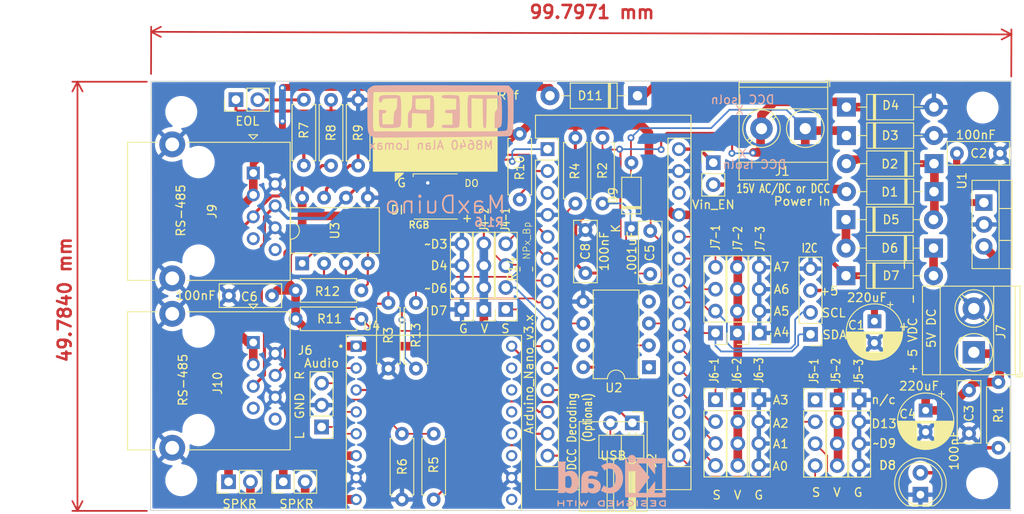
<source format=kicad_pcb>
(kicad_pcb (version 20221018) (generator pcbnew)
  (title_block (title "MaxDuino") (date "2023-11-05") (rev "1.6") (company "Arduino NANO PCB") (comment 1 "RS485 / MP3 / LED / Sensor / I2C / DCC"))
  (layers (0 "F.Cu" signal) (31 "B.Cu" signal) (34 "B.Paste" user) (35 "F.Paste" user) (36 "B.SilkS" user "B.Silkscreen") (37 "F.SilkS" user "F.Silkscreen") (38 "B.Mask" user) (39 "F.Mask" user) (44 "Edge.Cuts" user))
  (net 0 "")
  (net 1 "GND")
  (net 2 "D2 DE")
  (net 3 "D4")
  (net 4 "D6-PWM")
  (net 5 "D7")
  (net 6 "D8")
  (net 7 "D9-PWM")
  (net 8 "D10")
  (net 9 "D12")
  (net 10 "D13")
  (net 11 "A0")
  (net 12 "A1")
  (net 13 "A2")
  (net 14 "A3")
  (net 15 "A4 {slash} I2C SDA")
  (net 16 "A5 {slash} I2C SCL")
  (net 17 "A6")
  (net 18 "A7")
  (net 19 "+5V")
  (net 20 "Vin")
  (net 21 "D4-Hdr")
  (net 22 "D1{slash}Tx")
  (net 23 "D0{slash}Rx")
  (net 25 "DCC_Sig")
  (net 26 "D11")
  (net 30 "DCC_in1")
  (net 31 "DCC_in2")
  (net 32 "Net-(D9-K)")
  (net 33 "Net-(D1-K)")
  (net 34 "Net-(D5-K)")
  (net 35 "VIN2")
  (net 36 "Net-(D6-K)")
  (net 37 "Net-(D8-A)")
  (net 38 "Net-(D10-DIN)")
  (net 39 "D5 RE")
  (net 40 "Net-(J4-Pin_1)")
  (net 41 "Net-(J4-Pin_2)")
  (net 43 "Vext")
  (net 44 "RS485-A")
  (net 45 "RS485-B")
  (net 50 "Net-(JR1-Pin_2)")
  (net 51 "Net-(U4-RX)")
  (net 54 "Net-(J6-Pin_1)")
  (net 55 "Net-(J6-Pin_3)")
  (footprint "Resistor_THT:R_Axial_DIN0207_L6.3mm_D2.5mm_P7.62mm_Horizontal" (layer "F.Cu") (at 135.8392 107.4928 90)
    (fp_text reference "R3")
    (fp_text value "10K" hide)
  )
  (footprint "Capacitor_THT:C_Disc_D7.0mm_W2.5mm_P5.00mm" (layer "F.Cu") (at 201.7922 82.5246)
    (fp_text reference "C2")
    (fp_text value "100nF")
  )
  (footprint "MountingHole:MountingHole_3.2mm_M3" (layer "F.Cu") (at 204.724 120.8024)
    (fp_text reference "M3.2" hide)
    (fp_text value "M3" hide)
  )
  (footprint "Resistor_THT:R_Axial_DIN0207_L6.3mm_D2.5mm_P7.62mm_Horizontal" (layer "F.Cu") (at 137.414 115.062 -90)
    (fp_text reference "R6")
    (fp_text value "1K" hide)
  )
  (footprint "Capacitor_THT:C_Disc_D7.0mm_W2.5mm_P5.00mm" (layer "F.Cu") (at 158.6992 96.4184 90)
    (fp_text reference "C8")
    (fp_text value "100nF")
  )
  (footprint "Resistor_THT:R_Axial_DIN0207_L6.3mm_D2.5mm_P7.62mm_Horizontal" (layer "F.Cu") (at 160.6804 80.7212 -90)
    (fp_text reference "R2")
    (fp_text value "2K2" hide)
  )
  (footprint "Diode_THT:D_DO-41_SOD81_P10.16mm_Horizontal" (layer "F.Cu") (at 188.976 80.4672)
    (fp_text reference "D3")
    (fp_text value "1N4001" hide)
  )
  (footprint "Resistor_THT:R_Axial_DIN0207_L6.3mm_D2.5mm_P7.62mm_Horizontal" (layer "F.Cu") (at 132.705 98.425 180)
    (fp_text reference "R12")
    (fp_text value "10K" hide)
  )
  (footprint "Diode_THT:D_DO-41_SOD81_P10.16mm_Horizontal" (layer "F.Cu") (at 199.136 86.9696 180)
    (fp_text reference "D1")
    (fp_text value "1N4001" hide)
  )
  (footprint "Diode_THT:D_DO-41_SOD81_P10.16mm_Horizontal" (layer "F.Cu") (at 199.136 83.7184 180)
    (fp_text reference "D2")
    (fp_text value "1N4001" hide)
  )
  (footprint "Capacitor_THT:C_Disc_D7.0mm_W2.5mm_P5.00mm" (layer "F.Cu") (at 203.2 110.022 -90)
    (fp_text reference "C3")
    (fp_text value "100nF")
  )
  (footprint "Resistor_THT:R_Axial_DIN0207_L6.3mm_D2.5mm_P7.62mm_Horizontal" (layer "F.Cu") (at 132.705 101.727 180)
    (fp_text reference "R11")
    (fp_text value "10K" hide)
  )
  (footprint "Package_DIP:DIP-8_W7.62mm" (layer "F.Cu") (at 166.0652 107.3404 180)
    (fp_text reference "U2")
    (fp_text value "6N137" hide)
  )
  (footprint "Connector_PinHeader_2.54mm:PinHeader_1x04_P2.54mm_Vertical" (layer "F.Cu") (at 176.378 111.1096)
    (fp_text reference "J6-2")
    (fp_text value "+5" hide)
  )
  (footprint "MountingHole:MountingHole_3.2mm_M3" (layer "F.Cu") (at 111.8108 120.4468)
    (fp_text reference "M3.3" hide)
    (fp_text value "M3" hide)
  )
  (footprint "TerminalBlock_Phoenix:TerminalBlock_Phoenix_MKDS-3-2-5.08_1x02_P5.08mm_Horizontal" (layer "F.Cu") (at 184.2058 79.6592 180)
    (fp_text reference "J1")
    (fp_text value "15V AC/DC or DCC")
  )
  (footprint "LED_SMD:LED_Inolux_IN-PI554FCH_PLCC4_5.0x5.0mm_P3.2mm" (layer "F.Cu") (at 141.3372 87.5284)
    (fp_text reference "D10")
    (fp_text value "Inolux_IN-PI554FCH")
  )
  (footprint "MountingHole:MountingHole_3.2mm_M3" (layer "F.Cu") (at 111.8108 77.724)
    (fp_text reference "M3.4" hide)
    (fp_text value "M3" hide)
  )
  (footprint "Connector_PinHeader_2.54mm:PinHeader_1x02_P2.54mm_Vertical" (layer "F.Cu") (at 173.5328 83.6118)
    (fp_text reference "J3" hide)
    (fp_text value "Vin_EN")
  )
  (footprint "Capacitor_THT:C_Disc_D7.0mm_W2.5mm_P5.00mm" (layer "F.Cu") (at 122.3372 99.0346 180)
    (fp_text reference "C6")
    (fp_text value "100nF")
  )
  (footprint "Connector_PinHeader_2.54mm:PinHeader_1x04_P2.54mm_Vertical" (layer "F.Cu") (at 173.7868 111.1096)
    (fp_text reference "J6-1")
    (fp_text value "I/O" hide)
  )
  (footprint "MountingHole:MountingHole_3.2mm_M3" (layer "F.Cu") (at 204.7748 77.216)
    (fp_text reference "M3.1" hide)
    (fp_text value "M3" hide)
  )
  (footprint "Connector_PinHeader_2.54mm:PinHeader_1x04_P2.54mm_Vertical" (layer "F.Cu") (at 187.9092 111.1296)
    (fp_text reference "J5-2")
    (fp_text value "+5" hide)
  )
  (footprint "Connector_PinHeader_2.54mm:PinHeader_1x02_P2.54mm_Vertical" (layer "F.Cu") (at 118.1558 76.3016 90)
    (fp_text reference "JR1" hide)
    (fp_text value "EOL")
  )
  (footprint "Capacitor_THT:CP_Radial_D6.3mm_P2.50mm" (layer "F.Cu") (at 198.1708 112.354947 -90)
    (fp_text reference "C4")
    (fp_text value "220uF")
  )
  (footprint "TerminalBlock_Phoenix:TerminalBlock_Phoenix_MKDS-3-2-5.08_1x02_P5.08mm_Horizontal" (layer "F.Cu") (at 203.7588 105.6132 90)
    (fp_text reference "J7")
    (fp_text value "5V DC")
  )
  (footprint "Connector_PinHeader_2.54mm:PinHeader_1x02_P2.54mm_Vertical" (layer "F.Cu") (at 123.6472 120.6246 90)
    (fp_text reference "J5" hide)
    (fp_text value "SPKR")
  )
  (footprint "Diode_THT:D_DO-35_SOD27_P7.62mm_Horizontal" (layer "F.Cu") (at 164.0332 91.2368 90)
    (fp_text reference "D9")
    (fp_text value "1N914")
  )
  (footprint "Capacitor_THT:CP_Radial_D6.3mm_P2.50mm" (layer "F.Cu") (at 192.2272 102.008568 -90)
    (fp_text reference "C1")
    (fp_text value "220uF")
  )
  (footprint "Package_TO_SOT_THT:TO-220-3_Vertical" (layer "F.Cu") (at 204.9272 88.2396 -90)
    (fp_text reference "U1")
    (fp_text value "L7805")
  )
  (footprint "Package_DIP:DIP-8_W7.62mm" (layer "F.Cu") (at 125.8416 95.2908 90)
    (fp_text reference "U3")
    (fp_text value "MAX485E")
  )
  (footprint "Connector_PinHeader_2.54mm:PinHeader_1x04_P2.54mm_Vertical" (layer "F.Cu") (at 149.4552 100.6348 180)
    (fp_text reference "J4-1")
    (fp_text value "I/O" hide)
  )
  (footprint "Connector_PinHeader_2.54mm:PinHeader_1x04_P2.54mm_Vertical" (layer "F.Cu") (at 173.7868 103.368 180)
    (fp_text reference "J7-1")
    (fp_text value "I/O" hide)
  )
  (footprint "Connector_PinHeader_2.54mm:PinHeader_1x02_P2.54mm_Horizontal" (layer "F.Cu") (at 164.1348 113.792 -90)
    (fp_text reference "J2")
    (fp_text value "DCC Signal")
  )
  (footprint "Connector_PinHeader_2.54mm:PinHeader_1x04_P2.54mm_Vertical" (layer "F.Cu") (at 178.8668 103.368 180)
    (fp_text reference "J7-3")
    (fp_text value "GND" hide)
  )
  (footprint "Diode_THT:D_DO-41_SOD81_P10.16mm_Horizontal" (layer "F.Cu") (at 188.976 77.1652)
    (fp_text reference "D4")
    (fp_text value "1N4001" hide)
  )
  (footprint "Module:Arduino_Nano" (layer "F.Cu") (at 154.305 82.042)
    (fp_text reference "A1" hide)
    (fp_text value "Arduino_Nano_v3.x")
  )
  (footprint "Connector_PinHeader_2.54mm:PinHeader_1x02_P2.54mm_Vertical" (layer "F.Cu") (at 117.2972 120.6246 90)
    (fp_text reference "J4" hide)
    (fp_text value "SPKR")
  )
  (footprint "LED_THT:LED_D5.0mm" (layer "F.Cu") (at 197.5612 122.1232 90)
    (fp_text reference "D8")
    (fp_text value "PWR")
  )
  (footprint "Connector_PinHeader_2.54mm:PinHeader_1x04_P2.54mm_Vertical" (layer "F.Cu") (at 176.3276 103.368 180)
    (fp_text reference "J7-2")
    (fp_text value "+5" hide)
  )
  (footprint "Resistor_THT:R_Axial_DIN0207_L6.3mm_D2.5mm_P7.62mm_Horizontal" (layer "F.Cu") (at 126.0348 76.3016 -90)
    (fp_text reference "R7")
    (fp_text value "120R" hide)
  )
  (footprint "Diode_THT:D_DO-41_SOD81_P10.16mm_Horizontal" (layer "F.Cu") (at 188.9252 90.2208)
    (fp_text reference "D5")
    (fp_text value "1N4001" hide)
  )
  (footprint "Resistor_THT:R_Axial_DIN0207_L6.3mm_D2.5mm_P7.62mm_Horizontal" (layer "F.Cu") (at 129.1844 83.947 90)
    (fp_text reference "R8")
    (fp_text value "20K" hide)
  )
  (footprint "Resistor_THT:R_Axial_DIN0207_L6.3mm_D2.5mm_P7.62mm_Horizontal" (layer "F.Cu") (at 139.0396 99.8728 -90)
    (fp_text reference "R13")
    (fp_text value "330R" hide)
  )
  (footprint "Connector_PinHeader_2.54mm:PinHeader_1x04_P2.54mm_Vertical" (layer "F.Cu") (at 178.818 111.1096)
    (fp_text reference "J6-3")
    (fp_text value "GND" hide)
  )
  (footprint "Connector_PinHeader_2.54mm:PinHeader_1x04_P2.54mm_Vertical" (layer "F.Cu") (at 190.45 111.1296)
    (fp_text reference "J5-3")
    (fp_text value "GND" hide)
  )
  (footprint "Module_DFR0299.Library:MODULE_DFR0299" (layer "F.Cu") (at 141.1255 113.792)
    (fp_text reference locked "U4")
    (fp_text value "DFRobot MP3")
  )
  (footprint "Diode_THT:D_DO-41_SOD81_P10.16mm_Horizontal" (layer "F.Cu") (at 188.9252 96.7232)
    (fp_text reference "D7")
    (fp_text value "1N4001" hide)
  )
  (footprint "Resistor_THT:R_Axial_DIN0207_L6.3mm_D2.5mm_P7.62mm_Horizontal" (layer "F.Cu") (at 151.0792 87.884 90)
    (fp_text reference "R10")
    (fp_text value "10K" hide)
  )
  (footprint "Connector_PinHeader_2.54mm:PinHeader_1x04_P2.54mm_Vertical" (layer "F.Cu") (at 144.3736 100.6348 180)
    (fp_text reference "J4-3" hide)
    (fp_text value "GND" hide)
  )
  (footprint "Resistor_THT:R_Axial_DIN0207_L6.3mm_D2.5mm_P7.62mm_Horizontal" (layer "F.Cu") (at 157.5308 88.3412 90)
    (fp_text reference "R4")
    (fp_text value "470R" hide)
  )
  (footprint "Resistor_THT:R_Axial_DIN0207_L6.3mm_D2.5mm_P7.62mm_Horizontal" (layer "F.Cu") (at 132.334 83.947 90)
    (fp_text reference "R9")
    (fp_text value "20K" hide)
  )
  (footprint "Resistor_THT:R_Axial_DIN0207_L6.3mm_D2.5mm_P7.62mm_Horizontal" (layer "F.Cu") (at 141.097 122.682 90)
    (fp_text reference "R5")
    (fp_text value "680R" hide)
  )
  (footprint "Connector_PinHeader_2.54mm:PinHeader_1x04_P2.54mm_Vertical" (layer "F.Cu") (at 146.9144 100.6348 180)
    (fp_text reference "J4-2")
    (fp_text value "+5" hide)
  )
  (footprint "Resistor_THT:R_Axial_DIN0207_L6.3mm_D2.5mm_P7.62mm_Horizontal" (layer "F.Cu") (at 206.6036 109.0676 -90)
    (fp_text reference "R1")
    (fp_text value "6.8K" hide)
  )
  (footprint "Diode_THT:D_DO-41_SOD81_P10.16mm_Horizontal" (layer "F.Cu") (at 164.7444 75.8444 180)
    (fp_text reference "D11")
    (fp_text value "1N4001" hide)
  )
  (footprint "Diode_THT:D_DO-41_SOD81_P10.16mm_Horizontal" (layer "F.Cu") (at 199.0852 93.5228 180)
    (fp_text reference "D6")
    (fp_text value "1N4001" hide)
  )
  (footprint "Resistor_SMD:R_0805_2012Metric" (layer "F.Cu") (at 151.8412 95.9612 90)
    (fp_text reference "R14")
    (fp_text value "0R")
  )
  (footprint "Connector_RJ:RJ45_Ninigi_GE" (layer "F.Cu") (at 120.1662 104.4702 -90)
    (fp_text reference "J10")
    (fp_text value "RS-485")
  )
  (footprint "Connector_RJ:RJ45_Ninigi_GE" (layer "F.Cu") (at 120.1662 84.8106 -90)
    (fp_text reference "J9")
    (fp_text value "RS-485")
  )
  (footprint "Connector_PinHeader_2.54mm:PinHeader_1x04_P2.54mm_Vertical" (layer "F.Cu") (at 185.3528 111.1296)
    (fp_text reference "J5-1")
    (fp_text value "I/O" hide)
  )
  (footprint "Connector_PinHeader_2.54mm:PinHeader_1x04_P2.54mm_Vertical" (layer "F.Cu") (at 184.8104 103.5204 180)
    (fp_text reference "J8" hide)
    (fp_text value "I2C")
  )
  (footprint "Capacitor_THT:C_Disc_D7.0mm_W2.5mm_P5.00mm" (layer "F.Cu") (at 166.2176 96.5308 90)
    (fp_text reference "C5")
    (fp_text value ".001uF")
  )
  (footprint "Connector_PinHeader_2.54mm:PinHeader_1x03_P2.54mm_Vertical" (layer "F.Cu") (at 128.0922 114.2746 180)
    (fp_text reference "J6")
    (fp_text value "Audio")
  )
  (footprint "MERG_LOGO:MERG_LOGO" (layer "B.Cu") (at 141.836476 77.581115 180)
    (fp_text reference "MERG" hide)
    (fp_text value "LOGO" hide)
  )
  (footprint "Symbol:KiCad-Logo2_5mm_SilkScreen" (layer "B.Cu") (at 161.7472 120.4976 180)
    (fp_text reference "REF**" hide)
    (fp_text value "KiCad-Logo2_5mm_SilkScreen" hide)
  )
  (gr_poly (pts (xy 136.652 85.6996) (xy 136.652 84.836) (xy 137.5664 84.836)) (stroke (width 0.15)) (fill solid) (layer "F.SilkS"))
  (gr_rect (start 134.112 75.0824) (end 148.4376 84.582) (stroke (width 0.15)) (fill solid) (layer "F.SilkS"))
  (gr_line (start 208.026 123.952) (end 208.1022 74.1172) (stroke (width 0.1)) (layer "Edge.Cuts"))
  (gr_line (start 108.2548 123.952) (end 108.3056 74.168) (stroke (width 0.1)) (layer "Edge.Cuts"))
  (gr_line (start 108.2548 123.952) (end 208.026 123.952) (stroke (width 0.1)) (layer "Edge.Cuts"))
  (gr_line (start 108.3056 74.168) (end 208.1022 74.1172) (stroke (width 0.1)) (layer "Edge.Cuts"))
  (gr_text "M8640 Alan Lomax " (at 140.4112 81.5848) (layer "B.SilkS") (effects (font (size 1 1)) (justify mirror)))
  (gr_text "DCC Isoln" (at 178.308 83.82) (layer "B.SilkS") (effects (font (size 1 1)) (justify mirror)))
  (gr_text "X" (at 176.911 82.5754) (layer "B.SilkS") (effects (font (size 1 1)) (justify mirror)))
  (gr_text "MaxDuino" (at 142.4432 88.4936) (layer "B.SilkS") (effects (font (size 2 2) (thickness 0.2)) (justify mirror)))
  (gr_text "R1.6" (at 147.5232 90.5256) (layer "B.SilkS") (effects (font (size 1 1) (thickness 0.2)) (justify mirror)))
  (gr_text "X" (at 176.5808 77.5208) (layer "B.SilkS") (effects (font (size 1 1)) (justify mirror)))
  (gr_text "DCC Isoln" (at 176.9364 76.3016) (layer "B.SilkS") (effects (font (size 1 1)) (justify mirror)))
  (gr_text "S  V  G" (at 176.3776 122.174) (layer "F.SilkS") (effects (font (size 1 1))))
  (gr_text "A5" (at 181.4576 100.838) (layer "F.SilkS") (effects (font (size 1 1))))
  (gr_text "A0" (at 181.3052 118.8212) (layer "F.SilkS") (effects (font (size 1 1))))
  (gr_text "n/c" (at 193.294 111.0996) (layer "F.SilkS") (effects (font (size 1 1))))
  (gr_text "G" (at 137.3632 85.9536) (layer "F.SilkS") (effects (font (size 1 1))))
  (gr_text "DI" (at 136.8552 89.1032) (layer "F.SilkS") (effects (font (size 1 1))))
  (gr_text "DO" (at 145.4912 86.0044) (layer "F.SilkS") (effects (font (size 0.8 0.8) (thickness 0.125))))
  (gr_text "L  GND  R" (at 125.5522 111.7346 90) (layer "F.SilkS") (effects (font (size 1 1))))
  (gr_text "~D3" (at 141.3764 93.0656) (layer "F.SilkS") (effects (font (size 1 1))))
  (gr_text "DCC Decoding" (at 157.1244 114.808 90) (layer "F.SilkS") (effects (font (size 1 0.85))))
  (gr_text "RGB" (at 139.3952 90.8304) (layer "F.SilkS") (effects (font (size 0.8 0.8))))
  (gr_text "Ref" (at 149.7584 75.7936) (layer "F.SilkS") (effects (font (size 1 1))))
  (gr_text "A4" (at 181.4576 103.2764) (layer "F.SilkS") (effects (font (size 1 1))))
  (gr_text "G  V  S" (at 146.9644 102.87) (layer "F.SilkS") (effects (font (size 1 1))))
  (gr_text "A7" (at 181.4576 95.7072) (layer "F.SilkS") (effects (font (size 1 1))))
  (gr_text "~D9" (at 193.3956 116.1796) (layer "F.SilkS") (effects (font (size 1 1))))
  (gr_text "NPx_Bp" (at 151.892 92.6592 90) (layer "F.SilkS") (effects (font (size 0.8 0.8) (thickness 0.08) bold)))
  (gr_text "A6" (at 181.4576 98.298) (layer "F.SilkS") (effects (font (size 1 1))))
  (gr_text "(Optional)" (at 158.9532 113.1824 90) (layer "F.SilkS") (effects (font (size 1 0.75))))
  (gr_text "+" (at 144.9832 90.0176) (layer "F.SilkS") (effects (font (size 1 1))))
  (gr_text "D7" (at 141.6812 100.7872) (layer "F.SilkS") (effects (font (size 1 1))))
  (gr_text "A2" (at 181.356 113.8428) (layer "F.SilkS") (effects (font (size 1 1))))
  (gr_text "+5" (at 186.944 98.5012) (layer "F.SilkS") (effects (font (size 1 1))))
  (gr_text "-" (at 195.6308 95.504 90) (layer "F.SilkS") (effects (font (size 1 1))))
  (gr_text "+ 5 VDC  -" (at 196.6722 103.4796 90) (layer "F.SilkS") (effects (font (size 1 1))))
  (gr_text "SCL" (at 187.5028 101.0412) (layer "F.SilkS") (effects (font (size 1 1))))
  (gr_text "D13" (at 193.3448 113.8936) (layer "F.SilkS") (effects (font (size 1 1))))
  (gr_text "SDA" (at 187.6044 103.5812) (layer "F.SilkS") (effects (font (size 1 1))))
  (gr_text "A3" (at 181.356 111.1504) (layer "F.SilkS") (effects (font (size 1 1))))
  (gr_text "S  V  G" (at 187.9092 121.8692) (layer "F.SilkS") (effects (font (size 1 1))))
  (gr_text "+" (at 195.58 102.6668 90) (layer "F.SilkS") (effects (font (size 1 1))))
  (gr_text "D4" (at 141.732 95.5548) (layer "F.SilkS") (effects (font (size 1 1))))
  (gr_text "A1" (at 181.356 116.2304) (layer "F.SilkS") (effects (font (size 1 1))))
  (gr_text "D8" (at 193.7512 118.7196) (layer "F.SilkS") (effects (font (size 1 1))))
  (gr_text "Power In" (at 183.8452 88.0872) (layer "F.SilkS") (effects (font (size 1 1))))
  (gr_text "~D6" (at 141.3764 98.1964) (layer "F.SilkS") (effects (font (size 1 1))))
  (dimension (type aligned) (layer "F.Cu") (pts (xy 108.321519 74.2188) (xy 108.321519 124.0028)) (height 8.550319) (gr_text "49.7840 mm" (at 98.298 99.5172 90) (layer "F.Cu") (effects (font (size 1.5 1.5) (thickness 0.3)))) (format (prefix "") (suffix "") (units 3) (units_format 1) (precision 4)) (style (thickness 0.2) (arrow_length 1.27) (text_position_mode 2) (extension_height 0.58642) (extension_offset 0.5) keep_text_aligned))
  (dimension (type aligned) (layer "F.Cu") (pts (xy 108.3056 73.8124) (xy 208.1022 74.1172)) (height -5.384898) (gr_text "99.7971 mm" (at 159.4612 66.1416 359.8250071) (layer "F.Cu") (effects (font (size 1.5 1.5) (thickness 0.3)))) (format (prefix "") (suffix "") (units 3) (units_format 1) (precision 4)) (style (thickness 0.2) (arrow_length 1.27) (text_position_mode 2) (extension_height 0.58642) (extension_offset 0.5) keep_text_aligned))
  (segment (start 140.4112 85.9536) (end 140.386 85.9284) (width 0.5) (layer "F.Cu") (net 1))
  (segment (start 140.386 85.9284) (end 138.8872 85.9284) (width 0.5) (layer "F.Cu") (net 1))
  (via (at 140.4112 85.9536) (size 0.8) (drill 0.4) (layers "F.Cu" "B.Cu") (net 1))
  (segment (start 131.5212 99.9744) (end 135.7376 99.9744) (width 0.25) (layer "F.Cu") (net 2))
  (segment (start 130.9116 99.3648) (end 131.5212 99.9744) (width 0.25) (layer "F.Cu") (net 2))
  (segment (start 148.4884 84.5312) (end 148.4884 87.9856) (width 0.25) (layer "F.Cu") (net 2))
  (segment (start 136.7536 91.4908) (end 136.7536 84.743984) (width 0.25) (layer "F.Cu") (net 2))
  (segment (start 137.575984 83.9216) (end 147.8788 83.9216) (width 0.25) (layer "F.Cu") (net 2))
  (segment (start 150.7744 90.2716) (end 152.3746 90.2716) (width 0.25) (layer "F.Cu") (net 2))
  (segment (start 147.8788 83.9216) (end 148.4884 84.5312) (width 0.25) (layer "F.Cu") (net 2))
  (segment (start 152.3746 90.2716) (end 154.305 92.202) (width 0.25) (layer "F.Cu") (net 2))
  (segment (start 135.8392 92.4052) (end 136.7536 91.4908) (width 0.25) (layer "F.Cu") (net 2))
  (segment (start 148.4884 87.9856) (end 150.7744 90.2716) (width 0.25) (layer "F.Cu") (net 2))
  (segment (start 136.7536 84.743984) (end 137.575984 83.9216) (width 0.25) (layer "F.Cu") (net 2))
  (segment (start 135.8392 99.8728) (end 135.8392 92.4052) (width 0.25) (layer "F.Cu") (net 2))
  (segment (start 130.9116 95.8596) (end 130.9116 99.3648) (width 0.25) (layer "F.Cu") (net 2))
  (segment (start 139.0396 98.3996) (end 139.0396 99.9236) (width 0.2) (layer "F.Cu") (net 3))
  (segment (start 152.2495 97.282) (end 154.305 97.282) (width 0.2) (layer "F.Cu") (net 3))
  (segment (start 152.073021 96.853421) (end 140.585779 96.853421) (width 0.2) (layer "F.Cu") (net 3))
  (segment (start 140.585779 96.853421) (end 139.0396 98.3996) (width 0.2) (layer "F.Cu") (net 3))
  (segment (start 150.5712 98.0948) (end 154.305 101.8286) (width 0.2) (layer "B.Cu") (net 4))
  (segment (start 149.4552 98.0948) (end 150.5712 98.0948) (width 0.2) (layer "B.Cu") (net 4))
  (segment (start 150.0378 100.6348) (end 150.9268 100.6348) (width 0.2) (layer "F.Cu") (net 5))
  (segment (start 152.2476 104.1908) (end 152.9588 104.902) (width 0.2) (layer "F.Cu") (net 5))
  (segment (start 150.9268 100.6348) (end 152.2476 101.9556) (width 0.2) (layer "F.Cu") (net 5))
  (segment (start 152.9588 104.902) (end 154.305 104.902) (width 0.2) (layer "F.Cu") (net 5))
  (segment (start 152.2476 101.9556) (end 152.2476 104.1908) (width 0.2) (layer "F.Cu") (net 5))
  (segment (start 154.305 107.442) (end 156.972 107.442) (width 0.2) (layer "F.Cu") (net 6))
  (segment (start 156.972 120.4976) (end 185.0136 120.4976) (width 0.2) (layer "F.Cu") (net 6))
  (segment (start 156.972 107.442) (end 156.972 120.4976) (width 0.2) (layer "F.Cu") (net 6))
  (segment (start 185.3528 120.1584) (end 185.3528 118.7496) (width 0.2) (layer "F.Cu") (net 6))
  (segment (start 185.0136 120.4976) (end 185.3528 120.1584) (width 0.2) (layer "F.Cu") (net 6))
  (segment (start 156.5148 120.8532) (end 156.5148 110.5408) (width 0.2) (layer "F.Cu") (net 7))
  (segment (start 155.956 109.982) (end 154.305 109.982) (width 0.2) (layer "F.Cu") (net 7))
  (segment (start 185.3528 116.2096) (end 186.7408 117.5976) (width 0.2) (layer "F.Cu") (net 7))
  (segment (start 186.7408 117.5976) (end 186.7408 120.8532) (width 0.2) (layer "F.Cu") (net 7))
  (segment (start 156.5148 110.5408) (end 155.956 109.982) (width 0.2) (layer "F.Cu") (net 7))
  (segment (start 186.7408 120.8532) (end 156.5148 120.8532) (width 0.2) (layer "F.Cu") (net 7))
  (segment (start 153.289 112.522) (end 154.305 112.522) (width 0.25) (layer "F.Cu") (net 8))
  (segment (start 152.0698 111.3028) (end 153.289 112.522) (width 0.25) (layer "F.Cu") (net 8))
  (segment (start 139.407489 109.982) (end 140.728289 111.3028) (width 0.25) (layer "F.Cu") (net 8))
  (segment (start 140.728289 111.3028) (end 152.0698 111.3028) (width 0.25) (layer "F.Cu") (net 8))
  (segment (start 132.1085 109.982) (end 139.407489 109.982) (width 0.25) (layer "F.Cu") (net 8))
  (segment (start 155.575 111.379) (end 155.956 111.76) (width 0.25) (layer "F.Cu") (net 9))
  (segment (start 152.4 107.1595) (end 152.4 110.363) (width 0.25) (layer "F.Cu") (net 9))
  (segment (start 153.289 111.379) (end 155.575 111.379) (width 0.25) (layer "F.Cu") (net 9))
  (segment (start 155.575 117.602) (end 154.305 117.602) (width 0.25) (layer "F.Cu") (net 9))
  (segment (start 152.4 110.49) (end 153.289 111.379) (width 0.25) (layer "F.Cu") (net 9))
  (segment (start 150.1425 104.902) (end 152.4 107.1595) (width 0.25) (layer "F.Cu") (net 9))
  (segment (start 155.956 111.76) (end 155.956 117.221) (width 0.25) (layer "F.Cu") (net 9))
  (segment (start 155.956 117.221) (end 155.575 117.602) (width 0.25) (layer "F.Cu") (net 9))
  (segment (start 183.7944 113.6696) (end 186.1656 113.6696) (width 0.2) (layer "F.Cu") (net 10))
  (segment (start 171.9834 120.0404) (end 183.5404 120.0404) (width 0.2) (layer "F.Cu") (net 10))
  (segment (start 169.545 117.602) (end 171.9834 120.0404) (width 0.2) (layer "F.Cu") (net 10))
  (segment (start 183.7944 119.7864) (end 183.7944 113.6696) (width 0.2) (layer "F.Cu") (net 10))
  (segment (start 183.5404 120.0404) (end 183.7944 119.7864) (width 0.2) (layer "F.Cu") (net 10))
  (segment (start 169.545 109.982) (end 171.3992 111.8362) (width 0.2) (layer "F.Cu") (net 11))
  (segment (start 171.3992 116.342) (end 173.7868 118.7296) (width 0.2) (layer "F.Cu") (net 11))
  (segment (start 171.3992 111.8362) (end 171.3992 116.342) (width 0.2) (layer "F.Cu") (net 11))
  (segment (start 169.545 107.442) (end 171.96508 109.86208) (width 0.2) (layer "F.Cu") (net 12))
  (segment (start 171.96508 109.86208) (end 171.96508 114.36788) (width 0.2) (layer "F.Cu") (net 12))
  (segment (start 171.96508 114.36788) (end 173.7868 116.1896) (width 0.2) (layer "F.Cu") (net 12))
  (segment (start 172.3136 107.6706) (end 172.3136 112.776) (width 0.2) (layer "F.Cu") (net 13))
  (segment (start 169.545 104.902) (end 172.3136 107.6706) (width 0.2) (layer "F.Cu") (net 13))
  (segment (start 172.3136 112.776) (end 173.1872 113.6496) (width 0.2) (layer "F.Cu") (net 13))
  (segment (start 169.545 102.362) (end 173.7868 106.6038) (width 0.2) (layer "F.Cu") (net 14))
  (segment (start 173.7868 106.6038) (end 173.7868 111.1096) (width 0.2) (layer "F.Cu") (net 14))
  (segment (start 170.8912 99.822) (end 172.0088 100.9396) (width 0.2) (layer "F.Cu") (net 15))
  (segment (start 172.466 103.378) (end 173.7868 103.378) (width 0.2) (layer "F.Cu") (net 15))
  (segment (start 172.0088 102.9208) (end 172.466 103.378) (width 0.2) (layer "F.Cu") (net 15))
  (segment (start 172.0088 100.9396) (end 172.0088 102.9208) (width 0.2) (layer "F.Cu") (net 15))
  (segment (start 169.545 99.822) (end 170.8912 99.822) (width 0.2) (layer "F.Cu") (net 15))
  (segment (start 183.3814 104.79256) (end 183.3814 103.6894) (width 0.2) (layer "B.Cu") (net 15))
  (segment (start 182.66236 105.5116) (end 183.3814 104.79256) (width 0.2) (layer "B.Cu") (net 15))
  (segment (start 183.5504 103.5204) (end 185.3184 103.5204) (width 0.2) (layer "B.Cu") (net 15))
  (segment (start 183.3814 103.6894) (end 183.5504 103.5204) (width 0.2) (layer "B.Cu") (net 15))
  (segment (start 174.4472 105.5116) (end 182.66236 105.5116) (width 0.2) (layer "B.Cu") (net 15))
  (segment (start 173.7868 104.8512) (end 174.4472 105.5116) (width 0.2) (layer "B.Cu") (net 15))
  (segment (start 173.7868 103.378) (end 173.7868 104.8512) (width 0.2) (layer "B.Cu") (net 15))
  (segment (start 169.545 97.282) (end 173.101 100.838) (width 0.2) (layer "F.Cu") (net 16))
  (segment (start 183.0324 101.8032) (end 183.0324 104.648) (width 0.2) (layer "B.Cu") (net 16))
  (segment (start 175.1076 102.1588) (end 173.7868 100.838) (width 0.2) (layer "B.Cu") (net 16))
  (segment (start 185.3184 100.9804) (end 183.8552 100.9804) (width 0.2) (layer "B.Cu") (net 16))
  (segment (start 183.0324 104.648) (end 182.51732 105.16308) (width 0.2) (layer "B.Cu") (net 16))
  (segment (start 175.77508 105.16308) (end 175.1076 104.4956) (width 0.2) (layer "B.Cu") (net 16))
  (segment (start 182.51732 105.16308) (end 175.77508 105.16308) (width 0.2) (layer "B.Cu") (net 16))
  (segment (start 183.8552 100.9804) (end 183.0324 101.8032) (width 0.2) (layer "B.Cu") (net 16))
  (segment (start 175.1076 104.4956) (end 175.1076 102.1588) (width 0.2) (layer "B.Cu") (net 16))
  (segment (start 170.942 94.742) (end 171.5008 95.3008) (width 0.2) (layer "F.Cu") (net 17))
  (segment (start 171.5008 95.3008) (end 171.5008 97.282) (width 0.2) (layer "F.Cu") (net 17))
  (segment (start 169.545 94.742) (end 170.942 94.742) (width 0.2) (layer "F.Cu") (net 17))
  (segment (start 171.5008 97.282) (end 172.5168 98.298) (width 0.2) (layer "F.Cu") (net 17))
  (segment (start 172.5168 98.298) (end 173.7868 98.298) (width 0.2) (layer "F.Cu") (net 17))
  (segment (start 173.7868 95.758) (end 173.7868 93.7768) (width 0.2) (layer "F.Cu") (net 18))
  (segment (start 173.7868 93.7768) (end 172.212 92.202) (width 0.2) (layer "F.Cu") (net 18))
  (segment (start 172.212 92.202) (end 169.545 92.202) (width 0.2) (layer "F.Cu") (net 18))
  (segment (start 169.545 89.662) (end 173.5328 89.662) (width 1) (layer "F.Cu") (net 19))
  (segment (start 125.085 98.425) (end 124.1552 97.4952) (width 1) (layer "F.Cu") (net 19))
  (segment (start 176.3776 92.5068) (end 176.3776 118.5672) (width 1) (layer "F.Cu") (net 19))
  (segment (start 173.5328 89.662) (end 176.3776 92.5068) (width 1) (layer "F.Cu") (net 19))
  (segment (start 161.2392 105.918) (end 159.8168 107.3404) (width 0.35) (layer "F.Cu") (net 19))
  (segment (start 146.5324 89.1284) (end 143.7872 89.1284) (width 0.25) (layer "F.Cu") (net 19))
  (segment (start 145.3388 104.902) (end 146.9144 103.3264) (width 1) (layer "F.Cu") (net 19))
  (segment (start 137.16 81.8388) (end 148.9202 81.8388) (width 1) (layer "F.Cu") (net 19))
  (segment (start 125.085 101.727) (end 125.085 98.425) (width 1) (layer "F.Cu") (net 19))
  (segment (start 129.159 83.947) (end 128.143 83.947) (width 0.35) (layer "F.Cu") (net 19))
  (segment (start 206.756 95.1484) (end 204.9272 93.3196) (width 1) (layer "F.Cu") (net 19))
  (segment (start 158.6992 96.4184) (end 157.575689 95.294889) (width 0.35) (layer "F.Cu") (net 19))
  (segment (start 169.3672 89.662) (end 168.91 89.662) (width 1) (layer "F.Cu") (net 19))
  (segment (start 146.9144 93.0148) (end 146.9144 89.5104) (width 0.25) (layer "F.Cu") (net 19))
  (segment (start 122.9468 98.425) (end 122.3372 99.0346) (width 1) (layer "F.Cu") (net 19))
  (segment (start 128.31 104.902) (end 132.1085 104.902) (width 1) (layer "F.Cu") (net 19))
  (segment (start 186.8324 98.4404) (end 186.8016 98.4404) (width 0.4) (layer "F.Cu") (net 19))
  (segment (start 146.9144 89.5104) (end 146.5324 89.1284) (width 0.25) (layer "F.Cu") (net 19))
  (segment (start 159.1056 84.1248) (end 158.4452 83.4644) (width 0.35) (layer "F.Cu") (net 19))
  (segment (start 203.8604 109.0676) (end 200.573053 112.354947) (width 1) (layer "F.Cu") (net 19))
  (segment (start 161.2392 96.52) (end 161.2392 105.918) (width 0.35) (layer "F.Cu") (net 19))
  (segment (start 157.5308 83.4644) (end 157.5308 80.7212) (width 0.35) (layer "F.Cu") (net 19))
  (segment (start 135.1742 89.789) (end 135.1742 83.8246) (width 1) (layer "F.Cu") (net 19))
  (segment (start 206.6036 109.0676) (end 203.8604 109.0676) (width 1) (layer "F.Cu") (net 19))
  (segment (start 150.495 80.264) (end 151.0792 80.264) (width 1) (layer "F.Cu") (net 19))
  (segment (start 197.7644 108.3564) (end 176.4284 108.3564) (width 1) (layer "F.Cu") (net 19))
  (segment (start 148.9202 81.8388) (end 150.495 80.264) (width 1) (layer "F.Cu") (net 19))
  (segment (start 187.2488 107.7468) (end 187.2488 98.8568) (width 0.4) (layer "F.Cu") (net 19))
  (segment (start 157.575689 90.887111) (end 159.1056 89.3572) (width 0.35) (layer "F.Cu") (net 19))
  (segment (start 157.5308 80.7212) (end 157.5308 79.4004) (width 0.5) (layer "F.Cu") (net 19))
  (segment (start 159.8168 107.3404) (end 158.4452 107.3404) (width 0.35) (layer "F.Cu") (net 19))
  (segment (start 200.573053 112.354947) (end 198.1708 112.354947) (width 1) (layer "F.Cu") (net 19))
  (segment (start 125.8416 92.446) (end 125.8416 87.6708) (width 1) (layer "F.Cu") (net 19))
  (segment (start 152.071 79.2722) (end 165.0758 79.2722) (width 1) (layer "F.Cu") (net 19))
  (segment (start 124.1552 97.4952) (end 124.1552 94.1324) (width 1) (layer "F.Cu") (net 19))
  (segment (start 161.1376 96.4184) (end 161.2392 96.52) (width 0.35) (layer "F.Cu") (net 19))
  (segment (start 168.91 89.662) (end 166.0652 86.8172) (width 1) (layer "F.Cu") (net 19))
  (segment (start 198.1708 112.354947) (end 198.1708 108.7628) (width 1) (layer "F.Cu") (net 19))
  (segment (start 151.0792 80.264) (end 152.071 79.2722) (width 1) (layer "F.Cu") (net 19))
  (segment (start 166.0652 86.8172) (end 166.0652 80.1624) (width 1) (layer "F.Cu") (net 19))
  (segment (start 125.085 101.7678) (end 128.2592 104.942) (width 1) (layer "F.Cu") (net 19))
  (segment (start 165.0758 79.2722) (end 165.1 79.248) (width 1) (layer "F.Cu") (net 19))
  (segment (start 158.4452 83.4644) (end 157.5308 83.4644) (width 0.35) (layer "F.Cu") (net 19))
  (segment (start 187.2488 98.8568) (end 186.8324 98.4404) (width 0.4) (layer "F.Cu") (net 19))
  (segment (start 135.1742 83.8246) (end 137.16 81.8388) (width 1) (layer "F.Cu") (net 19))
  (segment (start 186.8016 98.4404) (end 185.3184 98.4404) (width 0.4) (layer "F.Cu") (net 19))
  (segment (start 206.6036 105.7656) (end 204.4192 105.7656) (width 1) (layer "F.Cu") (net 19))
  (segment (start 128.143 83.947) (end 125.8416 86.2484) (width 0.35) (layer "F.Cu") (net 19))
  (segment (start 198.1708 108.7628) (end 197.7644 108.3564) (width 1) (layer "F.Cu") (net 19))
  (segment (start 206.756 108.9152) (end 206.756 95.1484) (width 1) (layer "F.Cu") (net 19))
  (segment (start 125.8416 86.2484) (end 125.8416 87.2644) (width 0.35) (layer "F.Cu") (net 19))
  (segment (start 158.6992 96.4184) (end 161.1376 96.4184) (width 0.35) (layer "F.Cu") (net 19))
  (segment (start 124.1552 94.1324) (end 125.8416 92.446) (width 1) (layer "F.Cu") (net 19))
  (segment (start 125.085 98.425) (end 122.9468 98.425) (width 1) (layer "F.Cu") (net 19))
  (segment (start 166.0652 80.1624) (end 165.1508 79.248) (width 1) (layer "F.Cu") (net 19))
  (segment (start 125.8316 87.6808) (end 125.8316 89.789) (width 1) (layer "F.Cu") (net 19))
  (segment (start 157.575689 95.294889) (end 157.575689 90.887111) (width 0.35) (layer "F.Cu") (net 19))
  (segment (start 188.0108 118.7296) (end 188.0108 108.4072) (width 1) (layer "F.Cu") (net 19))
  (segment (start 132.1085 104.902) (end 145.3388 104.902) (width 1) (layer "F.Cu") (net 19))
  (segment (start 146.9144 103.3264) (end 146.9144 100.6348) (width 1) (layer "F.Cu") (net 19))
  (segment (start 125.8316 89.789) (end 135.1742 89.789) (width 1) (layer "F.Cu") (net 19))
  (segment (start 159.1056 89.3572) (end 159.1056 84.1248) (width 0.35) (layer "F.Cu") (net 19))
  (segment (start 187.4828 99.1216) (end 186.8016 98.4404) (width 0.2) (layer "F.Cu") (net 19))
  (segment (start 146.9144 93.0148) (end 146.9144 100.6348) (width 1) (layer "B.Cu") (net 19))
  (segment (start 188.9252 96.7232) (end 190.9572 96.7232) (width 0.8) (layer "F.Cu") (net 20))
  (segment (start 192.2272 102.008568) (end 192.2272 99.0346) (width 0.8) (layer "F.Cu") (net 20))
  (segment (start 200.4822 99.0346) (end 201.7522 97.7646) (width 0.8) (layer "F.Cu") (net 20))
  (segment (start 192.2272 97.9932) (end 192.2272 102.008568) (width 0.8) (layer "F.Cu") (net 20))
  (segment (start 201.7522 97.7646) (end 201.7522 82.5646) (width 0.8) (layer "F.Cu") (net 20))
  (segment (start 192.2272 99.0346) (end 200.4822 99.0346) (width 0.8) (layer "F.Cu") (net 20))
  (segment (start 201.7522 82.5646) (end 201.7922 82.5246) (width 0.8) (layer "F.Cu") (net 20))
  (segment (start 201.7922 82.5246) (end 201.7922 88.2396) (width 0.8) (layer "F.Cu") (net 20))
  (segment (start 184.5564 92.3544) (end 188.9252 96.7232) (width 0.5) (layer "F.Cu") (net 20))
  (segment (start 173.5328 86.1518) (end 175.1026 86.1518) (width 0.5) (layer "F.Cu") (net 20))
  (segment (start 201.7922 88.2396) (end 204.9272 88.2396) (width 0.8) (layer "F.Cu") (net 20))
  (segment (start 190.9572 96.7232) (end 192.2272 97.9932) (width 0.8) (layer "F.Cu") (net 20))
  (segment (start 175.1026 86.1518) (end 181.3052 92.3544) (width 0.5) (layer "F.Cu") (net 20))
  (segment (start 181.3052 92.3544) (end 184.5564 92.3544) (width 0.5) (layer "F.Cu") (net 20))
  (segment (start 148.1836 94.2832) (end 149.4552 95.5548) (width 0.2) (layer "F.Cu") (net 21))
  (segment (start 148.1836 89.2556) (end 148.1836 94.2832) (width 0.2) (layer "F.Cu") (net 21))
  (segment (start 144.8564 85.9284) (end 148.1836 89.2556) (width 0.2) (layer "F.Cu") (net 21))
  (segment (start 149.5568 95.4532) (end 151.4367 95.4532) (width 0.2) (layer "F.Cu") (net 21))
  (segment (start 143.7872 85.9284) (end 144.8564 85.9284) (width 0.2) (layer "F.Cu") (net 21))
  (segment (start 132.705 98.425) (end 133.4516 97.6784) (width 0.25) (layer "F.Cu") (net 22))
  (segment (start 150.2156 83.4644) (end 150.0124 83.2612) (width 0.25) (layer "F.Cu") (net 22))
  (segment (start 133.4616 93.8684) (end 133.4616 94.6304) (width 0.25) (layer "F.Cu") (net 22))
  (segment (start 136.3472 84.586792) (end 136.3472 90.9828) (width 0.25) (layer "F.Cu") (net 22))
  (segment (start 150.0124 83.2612) (end 137.672792 83.2612) (width 0.25) (layer "F.Cu") (net 22))
  (segment (start 136.3472 90.9828) (end 133.4616 93.8684) (width 0.25) (layer "F.Cu") (net 22))
  (segment (start 137.672792 83.2612) (end 136.3472 84.586792) (width 0.25) (layer "F.Cu") (net 22))
  (segment (start 133.4516 97.6784) (end 133.4516 95.3008) (width 0.25) (layer "F.Cu") (net 22))
  (via (at 150.2156 83.4644) (size 0.8) (drill 0.4) (layers "F.Cu" "B.Cu") (net 22))
  (segment (start 150.2156 83.4644) (end 150.2156 82.296) (width 0.2) (layer "B.Cu") (net 22))
  (segment (start 150.4696 82.042) (end 154.305 82.042) (width 0.2) (layer "B.Cu") (net 22))
  (segment (start 150.2156 82.296) (end 150.4696 82.042) (width 0.2) (layer "B.Cu") (net 22))
  (segment (start 127.8128 93.3196) (end 133.2484 93.3196) (width 0.25) (layer "F.Cu") (net 23))
  (segment (start 137.668 82.7024) (end 152.146 82.7024) (width 0.25) (layer "F.Cu") (net 23))
  (segment (start 154.305 84.582) (end 152.5524 84.582) (width 0.25) (layer "F.Cu") (net 23))
  (segment (start 125.8416 95.2908) (end 127.8128 93.3196) (width 0.25) (layer "F.Cu") (net 23))
  (segment (start 152.146 82.7024) (end 152.5016 83.058) (width 0.25) (layer "F.Cu") (net 23))
  (segment (start 135.9482 90.6198) (end 135.9482 84.4222) (width 0.25) (layer "F.Cu") (net 23))
  (segment (start 133.2484 93.3196) (end 135.9482 90.6198) (width 0.25) (layer "F.Cu") (net 23))
  (segment (start 152.5016 85.8774) (end 150.495 87.884) (width 0.25) (layer "F.Cu") (net 23))
  (segment (start 135.9482 84.4222) (end 137.668 82.7024) (width 0.25) (layer "F.Cu") (net 23))
  (segment (start 152.5016 83.058) (end 152.5016 85.8774) (width 0.25) (layer "F.Cu") (net 23))
  (segment (start 156.6164 94.742) (end 156.6672 94.6912) (width 0.2) (layer "F.Cu") (net 25))
  (segment (start 153.416 93.5228) (end 153.4414 93.4974) (width 0.2) (layer "F.Cu") (net 25))
  (segment (start 156.21 99.822) (end 156.6672 99.3648) (width 0.2) (layer "F.Cu") (net 25))
  (segment (start 150.4712 91.9988) (end 151.9428 91.9988) (width 0.2) (layer "F.Cu") (net 25))
  (segment (start 154.305 94.742) (end 153.4414 93.8784) (width 0.2) (layer "F.Cu") (net 25))
  (segment (start 158.4452 102.2604) (end 156.464 102.2604) (width 0.2) (layer "F.Cu") (net 25))
  (segment (start 153.416 93.8784) (end 153.416 93.5228) (width 0.2) (layer "F.Cu") (net 25))
  (segment (start 153.4414 93.8784) (end 153.416 93.8784) (width 0.2) (layer "F.Cu") (net 25))
  (segment (start 156.464 102.2604) (end 156.21 102.0064) (width 0.2) (layer "F.Cu") (net 25))
  (segment (start 156.6672 89.2048) (end 157.5308 88.3412) (width 0.2) (layer "F.Cu") (net 25))
  (segment (start 156.21 102.0064) (end 156.21 99.822) (width 0.2) (layer "F.Cu") (net 25))
  (segment (start 156.6672 94.6912) (end 156.6672 89.2048) (width 0.2) (layer "F.Cu") (net 25))
  (segment (start 156.6672 99.3648) (end 156.6672 94.6912) (width 0.2) (layer "F.Cu") (net 25))
  (segment (start 154.305 94.742) (end 156.6164 94.742) (width 0.2) (layer "F.Cu") (net 25))
  (segment (start 149.4552 93.0148) (end 150.4712 91.9988) (width 0.2) (layer "F.Cu") (net 25))
  (segment (start 151.9428 91.9988) (end 153.4414 93.4974) (width 0.2) (layer "F.Cu") (net 25))
  (segment (start 151.5872 116.3828) (end 152.908 115.062) (width 0.25) (layer "F.Cu") (net 26))
  (segment (start 147.3962 116.3828) (end 151.5872 116.3828) (width 0.25) (layer "F.Cu") (net 26))
  (segment (start 141.097 122.682) (end 147.3962 116.3828) (width 0.25) (layer "F.Cu") (net 26))
  (segment (start 152.908 115.062) (end 154.305 115.062) (width 0.25) (layer "F.Cu") (net 26))
  (segment (start 184.2008 79.8906) (end 184.2008 85.3948) (width 1) (layer "F.Cu") (net 30))
  (segment (start 167.5384 92.8516) (end 167.5384 102.2604) (width 0.2) (layer "F.Cu") (net 30))
  (segment (start 185.4708 86.6648) (end 189.0776 86.6648) (width 1) (layer "F.Cu") (net 30))
  (segment (start 163.9824 80.7212) (end 163.9824 86.5124) (width 0.2) (layer "F.Cu") (net 30))
  (segment (start 166.2684 91.5816) (end 167.5384 92.8516) (width 0.2) (layer "F.Cu") (net 30))
  (segment (start 161.5948 113.8936) (end 161.5948 115.2144) (width 0.2) (layer "F.Cu") (net 30))
  (segment (start 166.2684 88.7984) (end 166.2684 91.5816) (width 0.2) (layer "F.Cu") (net 30))
  (segment (start 163.9824 86.5124) (end 166.2684 88.7984) (width 0.2) (layer "F.Cu") (net 30))
  (segment (start 161.8488 115.4684) (end 167.2336 115.4684) (width 0.2) (layer "F.Cu") (net 30))
  (segment (start 184.2008 85.3948) (end 185.4708 86.6648) (width 1) (layer "F.Cu") (net 30))
  (segment (start 167.2336 115.4684) (end 167.4876 115.2144) (width 0.2) (layer "F.Cu") (net 30))
  (segment (start 167.5384 102.2604) (end 166.0652 102.2604) (width 0.2) (layer "F.Cu") (net 30))
  (segment (start 161.5948 115.2144) (end 161.8488 115.4684) (width 0.2) (layer "F.Cu") (net 30))
  (segment (start 188.3994 79.8906) (end 184.2008 79.8906) (width 1) (layer "F.Cu") (net 30))
  (segment (start 167.4876 115.2144) (end 167.4876 102.2604) (width 0.2) (layer "F.Cu") (net 30))
  (via (at 163.9824 80.7212) (size 0.8) (drill 0.4) (layers "F.Cu" "B.Cu") (net 30))
  (segment (start 173.2788 79.6036) (end 175.4124 77.47) (width 0.2) (layer "B.Cu") (net 30))
  (segment (start 165.1 79.6036) (end 173.2788 79.6036) (width 0.2) (layer "B.Cu") (net 30))
  (segment (start 182.0166 77.47) (end 184.2058 79.6592) (width 0.2) (layer "B.Cu") (net 30))
  (segment (start 163.9824 80.7212) (end 165.1 79.6036) (width 0.2) (layer "B.Cu") (net 30))
  (segment (start 175.4124 77.47) (end 182.0166 77.47) (width 0.2) (layer "B.Cu") (net 30))
  (segment (start 191.7192 82.3976) (end 190.8556 83.2612) (width 1) (layer "F.Cu") (net 31))
  (segment (start 160.6804 80.7212) (end 160.6804 81.9404) (width 0.2) (layer "F.Cu") (net 31))
  (segment (start 179.0192 79.7658) (end 179.0192 82.3976) (width 1) (layer "F.Cu") (net 31))
  (segment (start 180.6448 76.5556) (end 188.3664 76.5556) (width 1) (layer "F.Cu") (net 31))
  (segment (start 162.7632 112.522) (end 163.4236 113.1824) (width 0.25) (layer "F.Cu") (net 31))
  (segment (start 179.1258 78.0746) (end 180.6448 76.5556) (width 1) (layer "F.Cu") (net 31))
  (segment (start 160.8328 82.0928) (end 162.7124 82.0928) (width 0.2) (layer "F.Cu") (net 31))
  (segment (start 175.6664 80.1624) (end 168.148 80.1624) (width 0.25) (layer "F.Cu") (net 31))
  (segment (start 175.6918 82.5246) (end 175.7172 82.4992) (width 0.25) (layer "F.Cu") (net 31))
  (segment (start 191.7192 77.8256) (end 191.7192 82.3976) (width 1) (layer "F.Cu") (net 31))
  (segment (start 160.6804 81.9404) (end 160.8328 82.0928) (width 0.2) (layer "F.Cu") (net 31))
  (segment (start 178.9938 82.423) (end 178.186 82.423) (width 1) (layer "F.Cu") (net 31))
  (segment (start 188.3664 76.5556) (end 188.976 77.1652) (width 1) (layer "F.Cu") (net 31))
  (segment (start 162.6616 82.042) (end 162.7632 82.1436) (width 0.25) (layer "F.Cu") (net 31))
  (segment (start 191.0588 77.1652) (end 191.7192 77.8256) (width 1) (layer "F.Cu") (net 31))
  (segment (start 175.7172 80.2132) (end 175.6664 80.1624) (width 0.25) (layer "F.Cu") (net 31))
  (segment (start 168.148 80.1624) (end 167.4876 80.8228) (width 0.25) (layer "F.Cu") (net 31))
  (segment (start 188.976 77.1652) (end 191.0588 77.1652) (width 1) (layer "F.Cu") (net 31))
  (segment (start 162.7124 82.0928) (end 162.7632 82.1436) (width 0.2) (layer "F.Cu") (net 31))
  (segment (start 162.7632 82.1436) (end 162.7632 112.522) (width 0.25) (layer "F.Cu") (net 31))
  (segment (start 167.4876 80.8228) (end 167.4876 82.0928) (width 0.25) (layer "F.Cu") (net 31))
  (segment (start 175.7172 82.4992) (end 175.7172 80.2132) (width 0.25) (layer "F.Cu") (net 31))
  (segment (start 179.1258 79.6592) (end 179.1258 78.0746) (width 1) (layer "F.Cu") (net 31))
  (segment (start 190.8556 83.2612) (end 189.0268 83.2612) (width 1) (layer "F.Cu") (net 31))
  (via (at 175.6918 82.5246) (size 0.8) (drill 0.4) (layers "F.Cu" "B.Cu") (net 31))
  (via (at 178.1302 82.4738) (size 0.8) (drill 0.4) (layers "F.Cu" "B.Cu") (net 31))
  (via (at 162.6616 82.042) (size 0.8) (drill 0.4) (layers "F.Cu" "B.Cu") (net 31))
  (via (at 167.4876 82.0928) (size 0.8) (drill 0.4) (layers "F.Cu" "B.Cu") (net 31))
  (segment (start 178.0794 82.5246) (end 178.1302 82.4738) (width 0.25) (layer "B.Cu") (net 31))
  (segment (start 167.4368 82.042) (end 162.7632 82.042) (width 0.2) (layer "B.Cu") (net 31))
  (segment (start 175.6918 82.5246) (end 178.0794 82.5246) (width 0.2) (layer "B.Cu") (net 31))
  (segment (start 163.4236 104.7496) (end 163.3728 104.8004) (width 0.2) (layer "F.Cu") (net 32))
  (segment (start 163.5252 96.4692) (end 163.4236 96.3676) (width 0.2) (layer "F.Cu") (net 32))
  (segment (start 163.3728 104.8004) (end 166.0652 104.8004) (width 0.2) (layer "F.Cu") (net 32))
  (segment (start 163.4236 90.932) (end 163.4236 96.3676) (width 0.2) (layer "F.Cu") (net 32))
  (segment (start 163.4236 96.3676) (end 163.4236 104.7496) (width 0.2) (layer "F.Cu") (net 32))
  (segment (start 166.2684 96.4692) (end 163.5252 96.4692) (width 0.2) (layer "F.Cu") (net 32))
  (segment (start 160.6804 88.3412) (end 163.068 88.3412) (width 0.2) (layer "B.Cu") (net 32))
  (segment (start 163.9316 89.2048) (end 163.9316 91.186) (width 0.2) (layer "B.Cu") (net 32))
  (segment (start 163.068 88.3412) (end 163.9316 89.2048) (width 0.2) (layer "B.Cu") (net 32))
  (segment (start 199.136 83.7184) (end 194.691 83.7184) (width 0.8) (layer "F.Cu") (net 33))
  (segment (start 166.6514 74.6994) (end 164.9984 76.3524) (width 0.8) (layer "F.Cu") (net 33))
  (segment (start 199.1868 83.2612) (end 199.1868 90.1192) (width 1) (layer "F.Cu") (net 33))
  (segment (start 194.1322 83.1596) (end 194.1322 75.5396) (width 0.8) (layer "F.Cu") (net 33))
  (segment (start 194.691 83.7184) (end 194.1322 83.1596) (width 0.8) (layer "F.Cu") (net 33))
  (segment (start 193.292 74.6994) (end 166.6514 74.6994) (width 0.8) (layer "F.Cu") (net 33))
  (segment (start 194.1322 75.5396) (end 193.292 74.6994) (width 0.8) (layer "F.Cu") (net 33))
  (segment (start 188.9252 90.2208) (end 188.9252 93.472) (width 1) (layer "F.Cu") (net 34))
  (segment (start 171.963 82.042) (end 169.545 82.042) (width 0.4) (layer "F.Cu") (net 35))
  (segment (start 173.5328 83.6118) (end 171.963 82.042) (width 0.4) (layer "F.Cu") (net 35))
  (segment (start 199.0852 93.472) (end 199.0852 96.7232) (width 1) (layer "F.Cu") (net 36))
  (segment (start 200.2028 119.5832) (end 203.0984 116.6876) (width 0.4) (layer "F.Cu") (net 37))
  (segment (start 203.0984 116.6876) (end 206.6036 116.6876) (width 0.4) (layer "F.Cu") (net 37))
  (segment (start 197.5612 119.5832) (end 200.2028 119.5832) (width 0.4) (layer "F.Cu") (net 37))
  (segment (start 137.8088 89.1284) (end 138.8872 89.1284) (width 0.2) (layer "F.Cu") (net 38))
  (segment (start 137.414 89.5232) (end 137.8088 89.1284) (width 0.2) (layer "F.Cu") (net 38))
  (segment (start 137.414 101.854) (end 137.414 89.5232) (width 0.2) (layer "F.Cu") (net 38))
  (via (at 137.414 101.854) (size 0.8) (drill 0.4) (layers "F.Cu" "B.Cu") (net 38))
  (segment (start 137.414 101.854) (end 137.7696 102.2096) (width 0.2) (layer "B.Cu") (net 38))
  (segment (start 137.7696 106.2228) (end 138.9888 107.442) (width 0.2) (layer "B.Cu") (net 38))
  (segment (start 137.7696 102.2096) (end 137.7696 106.2228) (width 0.2) (layer "B.Cu") (net 38))
  (segment (start 154.305 99.822) (end 153.162 99.822) (width 0.2) (layer "F.Cu") (net 39))
  (segment (start 128.3716 95.8596) (end 128.3716 100.5332) (width 0.25) (layer "F.Cu") (net 39))
  (segment (start 142.1892 99.3648) (end 138.43 103.124) (width 0.2) (layer "F.Cu") (net 39))
  (segment (start 129.5908 101.7524) (end 129.6162 101.727) (width 0.2) (layer "F.Cu") (net 39))
  (segment (start 128.3716 100.5332) (end 129.5908 101.7524) (width 0.25) (layer "F.Cu") (net 39))
  (segment (start 153.162 99.822) (end 152.7048 99.3648) (width 0.2) (layer "F.Cu") (net 39))
  (segment (start 138.43 103.124) (end 134.102 103.124) (width 0.2) (layer "F.Cu") (net 39))
  (segment (start 134.102 103.124) (end 132.705 101.727) (width 0.2) (layer "F.Cu") (net 39))
  (segment (start 129.6162 101.727) (end 132.705 101.727) (width 0.25) (layer "F.Cu") (net 39))
  (segment (start 152.7048 99.3648) (end 142.1892 99.3648) (width 0.2) (layer "F.Cu") (net 39))
  (segment (start 124.1298 117.602) (end 117.7798 117.602) (width 1) (layer "F.Cu") (net 40))
  (segment (start 123.6472 118.0846) (end 123.6472 120.6246) (width 1) (layer "F.Cu") (net 40))
  (segment (start 117.7798 117.602) (end 117.2972 118.0846) (width 1) (layer "F.Cu") (net 40))
  (segment (start 117.2972 118.0846) (end 117.2972 120.6246) (width 1) (layer "F.Cu") (net 40))
  (segment (start 132.1085 117.602) (end 124.1298 117.602) (width 1) (layer "F.Cu") (net 40))
  (segment (start 124.1298 117.602) (end 123.6472 118.0846) (width 1) (layer "F.Cu") (net 40))
  (segment (start 126.3396 122.682) (end 126.1872 122.5296) (width 1) (layer "F.Cu") (net 41))
  (segment (start 132.1085 122.682) (end 119.9896 122.682) (width 1) (layer "F.Cu") (net 41))
  (segment (start 132.1085 122.682) (end 126.3396 122.682) (width 1) (layer "F.Cu") (net 41))
  (segment (start 119.9896 122.682) (end 119.8372 122.5296) (width 1) (layer "F.Cu") (net 41))
  (segment (start 126.1872 122.5296) (end 126.1872 120.6246) (width 1) (layer "F.Cu") (net 41))
  (segment (start 119.8372 122.5296) (end 119.8372 120.6246) (width 1) (layer "F.Cu") (net 41))
  (segment (start 116.6622 96.0236) (end 115.3922 97.2936) (width 1) (layer "F.Cu") (net 43))
  (segment (start 119.5578 104.4702) (end 120.1662 104.4702) (width 1) (layer "F.Cu") (net 43))
  (segment (start 123.5964 74.8792) (end 154.5844 74.8792) (width 0.8) (layer "F.Cu") (net 43))
  (segment (start 120.1662 104.4702) (end 120.1662 107.0102) (width 1) (layer "F.Cu") (net 43))
  (segment (start 123.5456 80.3148) (end 120.1662 83.6942) (width 0.8) (layer "F.Cu") (net 43))
  (segment (start 120.1662 84.8106) (end 120.1662 87.3506) (width 1) (layer "F.Cu") (net 43))
  (segment (start 115.3922 97.2936) (end 115.3922 100.3046) (width 1) (layer "F.Cu") (net 43))
  (segment (start 120.1662 83.6942) (end 120.1662 84.8106) (width 0.8) (layer "F.Cu") (net 43))
  (segment (start 123.5456 78.7908) (end 123.5456 80.3148) (width 0.8) (layer "F.Cu") (net 43))
  (segment (start 115.3922 100.3046) (end 119.5578 104.4702) (width 1) (layer "F.Cu") (net 43))
  (segment (start 116.6622 90.8546) (end 116.6622 96.0236) (width 1) (layer "F.Cu") (net 43))
  (segment (start 123.5456 74.93) (end 123.5964 74.8792) (width 0.8) (layer "F.Cu") (net 43))
  (segment (start 120.1662 87.3506) (end 116.6622 90.8546) (width 1) (layer "F.Cu") (net 43))
  (via (at 123.5456 78.7908) (size 0.8) (drill 0.4) (layers "F.Cu" "B.Cu") (net 43))
  (via (at 123.5456 74.93) (size 0.8) (drill 0.4) (layers "F.Cu" "B.Cu") (net 43))
  (segment (start 123.5456 78.7908) (end 123.5456 74.93) (width 0.8) (layer "B.Cu") (net 43))
  (segment (start 121.1072 93.3196) (end 121.4628 92.964) (width 0.35) (layer "F.Cu") (net 44))
  (segment (start 129.1844 76.327) (end 129.1844 77.5716) (width 0.35) (layer "F.Cu") (net 44))
  (segment (start 118.1558 77.5158) (end 118.1558 76.3016) (width 0.35) (layer "F.Cu") (net 44))
  (segment (start 121.1072 100.9396) (end 121.1072 93.3196) (width 0.35) (layer "F.Cu") (net 44))
  (segment (start 129.4384 77.6224) (end 118.2624 77.6224) (width 0.35) (layer "F.Cu") (net 44))
  (segment (start 133.858 84.7852) (end 131.0132 87.63) (width 0.35) (layer "F.Cu") (net 44))
  (segment (start 121.4628 92.964) (end 121.4628 89.864) (width 0.35) (layer "F.Cu") (net 44))
  (segment (start 123.9012 107.0852) (end 123.9012 103.7336) (width 0.35) (layer "F.Cu") (net 44))
  (segment (start 129.1844 77.5716) (end 129.2352 77.6224) (width 0.35) (layer "F.Cu") (net 44))
  (segment (start 122.7062 108.2802) (end 123.9012 107.0852) (width 0.35) (layer "F.Cu") (net 44))
  (segment (start 118.2624 77.6224) (end 118.1558 77.5158) (width 0.35) (layer "F.Cu") (net 44))
  (segment (start 129.2352 77.6224) (end 129.6416 77.6224) (width 0.35) (layer "F.Cu") (net 44))
  (segment (start 121.4628 89.864) (end 122.7062 88.6206) (width 0.35) (layer "F.Cu") (net 44))
  (segment (start 129.6416 77.6224) (end 133.858 81.8388) (width 0.35) (layer "F.Cu") (net 44))
  (segment (start 123.9012 103.7336) (end 121.1072 100.9396) (width 0.35) (layer "F.Cu") (net 44))
  (segment (start 133.858 81.8388) (end 133.858 84.7852) (width 0.35) (layer "F.Cu") (net 44))
  (segment (start 124.154 90.0684) (end 128.524 90.0684) (width 0.35) (layer "B.Cu") (net 44))
  (segment (start 128.524 90.0684) (end 130.9216 87.6708) (width 0.35) (layer "B.Cu") (net 44))
  (segment (start 122.8804 88.7948) (end 124.154 90.0684) (width 0.35) (layer "B.Cu") (net 44))
  (segment (start 126.0348 83.9216) (end 126.0348 82.3976) (width 0.35) (layer "F.Cu") (net 45))
  (segment (start 132.334 83.947) (end 131.3434 83.947) (width 0.35) (layer "F.Cu") (net 45))
  (segment (start 123.1392 87.4776) (end 122.330334 87.4776) (width 0.35) (layer "F.Cu") (net 45))
  (segment (start 124.1552 86.4616) (end 123.1392 87.4776) (width 0.35) (layer "F.Cu") (net 45))
  (segment (start 119.8372 101.4984) (end 121.4628 103.124) (width 0.35) (layer "F.Cu") (net 45))
  (segment (start 118.5672 93.3196) (end 119.8372 94.5896) (width 0.35) (layer "F.Cu") (net 45))
  (segment (start 118.5672 91.4896) (end 118.5672 93.3196) (width 0.35) (layer "F.Cu") (net 45))
  (segment (start 124.1552 82.3976) (end 124.1552 86.4616) (width 0.35) (layer "F.Cu") (net 45))
  (segment (start 121.4628 103.124) (end 121.4628 108.2536) (width 0.35) (layer "F.Cu") (net 45))
  (segment (start 122.330334 87.4776) (end 120.1662 89.641734) (width 0.35) (layer "F.Cu") (net 45))
  (segment (start 126.0348 83.1596) (end 126.0348 82.3976) (width 0.35) (layer "F.Cu") (net 45))
  (segment (start 131.3434 83.947) (end 128.651 86.6394) (width 0.35) (layer "F.Cu") (net 45))
  (segment (start 119.8372 94.5896) (end 119.8372 101.4984) (width 0.35) (layer "F.Cu") (net 45))
  (segment (start 126.0348 82.3976) (end 124.1552 82.3976) (width 0.35) (layer "F.Cu") (net 45))
  (segment (start 128.651 86.6394) (end 128.651 87.63) (width 0.35) (layer "F.Cu") (net 45))
  (segment (start 126.0348 82.3976) (end 132.136308 82.3976) (width 0.35) (layer "F.Cu") (net 45))
  (segment (start 132.334 82.595292) (end 132.334 83.947) (width 0.35) (layer "F.Cu") (net 45))
  (segment (start 120.1662 89.8906) (end 118.5672 91.4896) (width 0.35) (layer "F.Cu") (net 45))
  (segment (start 121.4628 108.2536) (end 120.1662 109.5502) (width 0.35) (layer "F.Cu") (net 45))
  (segment (start 132.136308 82.3976) (end 132.334 82.595292) (width 0.35) (layer "F.Cu") (net 45))
  (segment (start 126.0094 76.327) (end 121.0818 76.327) (width 0.35) (layer "F.Cu") (net 50))
  (segment (start 132.1085 107.442) (end 130.6322 107.442) (width 0.2) (layer "F.Cu") (net 51))
  (segment (start 133.4516 111.0996) (end 137.414 115.062) (width 0.2) (layer "F.Cu") (net 51))
  (segment (start 130.6322 111.0996) (end 133.4516 111.0996) (width 0.2) (layer "F.Cu") (net 51))
  (segment (start 141.097 115.062) (end 137.414 115.062) (width 0.2) (layer "F.Cu") (net 51))
  (segment (start 130.6322 107.442) (end 130.6322 111.0996) (width 0.2) (layer "F.Cu") (net 51))
  (segment (start 130.7846 115.062) (end 129.9972 114.2746) (width 0.2) (layer "F.Cu") (net 54))
  (segment (start 132.1085 115.062) (end 130.7846 115.062) (width 0.2) (layer "F.Cu") (net 54))
  (segment (start 129.9972 114.2746) (end 128.0922 114.2746) (width 0.2) (layer "F.Cu") (net 54))
  (segment (start 132.1085 112.522) (end 130.7846 112.522) (width 0.2) (layer "F.Cu") (net 55))
  (segment (start 130.7846 112.522) (end 129.9972 111.7346) (width 0.2) (layer "F.Cu") (net 55))
  (segment (start 129.9972 111.7346) (end 129.9972 109.1946) (width 0.2) (layer "F.Cu") (net 55))
  (segment (start 129.9972 109.1946) (end 128.0922 109.1946) (width 0.2) (layer "F.Cu") (net 55))
  (zone (net 1) (net_name "GND") (layer "B.Cu") (connect_pads (clearance 0.508)) (min_thickness 0.254) (fill yes (thermal_gap 0.508) (thermal_bridge_width 0.508))
    (polygon (pts (xy 208.1022 74.2188) (xy 208.1022 123.7996) (xy 108.458 123.738469) (xy 108.4072 74.2696)))
  )
)
</source>
